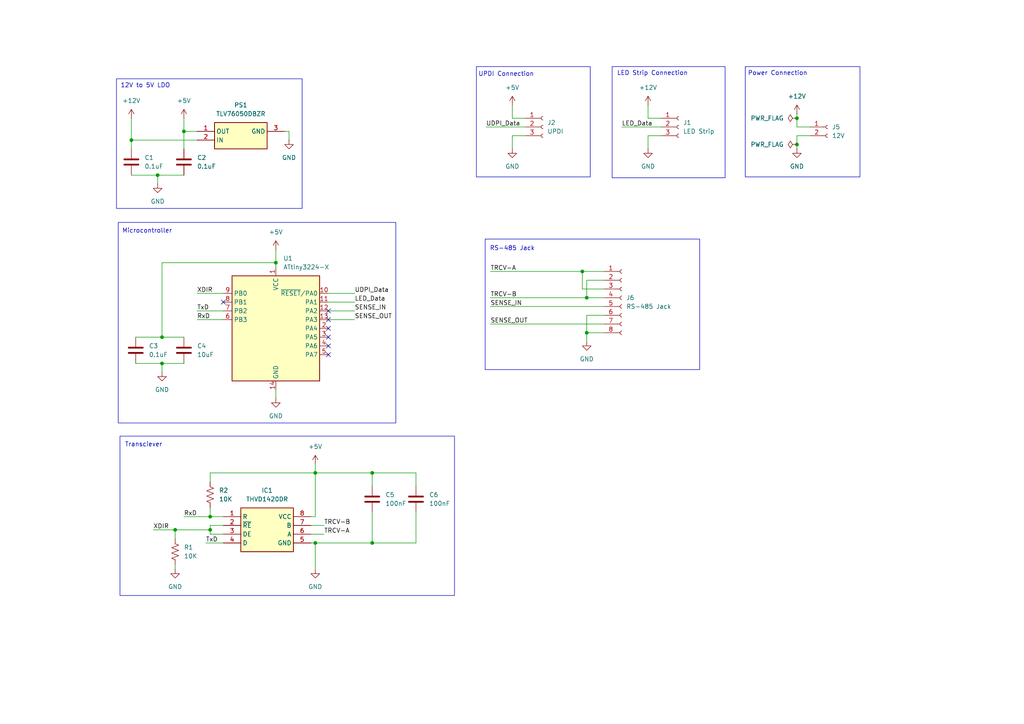
<source format=kicad_sch>
(kicad_sch (version 20250114) (generator "eeschema") (generator_version "9.0")
  (paper "A4")
  (lib_symbols
    (symbol "Connector:Conn_01x02_Socket" (pin_names (offset 1.016) (hide yes))
      (property "Reference" "J" (at 0 2.54 0))
      (property "Value" "Conn_01x02_Socket" (at 0 -5.08 0))
      (symbol "Conn_01x02_Socket_1_1"
        (polyline (pts (xy -1.27 0) (xy -0.508 0)) (stroke (width 0.1524)))
        (polyline (pts (xy -1.27 -2.54) (xy -0.508 -2.54)) (stroke (width 0.1524)))
        (arc (start 0 -0.508) (mid -0.5058 0) (end 0 0.508) (stroke (width 0.1524)))
        (arc (start 0 -3.048) (mid -0.5058 -2.54) (end 0 -2.032) (stroke (width 0.1524)))
        (pin passive line (at -5.08 0 0) (length 3.81) (name "Pin_1") (number "1"))
        (pin passive line (at -5.08 -2.54 0) (length 3.81) (name "Pin_2") (number "2"))
      )
    )
    (symbol "Connector:Conn_01x03_Socket" (pin_names (offset 1.016) (hide yes))
      (property "Reference" "J" (at 0 5.08 0))
      (property "Value" "Conn_01x03_Socket" (at 0 -5.08 0))
      (symbol "Conn_01x03_Socket_1_1"
        (polyline (pts (xy -1.27 2.54) (xy -0.508 2.54)) (stroke (width 0.1524)))
        (polyline (pts (xy -1.27 0) (xy -0.508 0)) (stroke (width 0.1524)))
        (polyline (pts (xy -1.27 -2.54) (xy -0.508 -2.54)) (stroke (width 0.1524)))
        (arc (start 0 2.032) (mid -0.5058 2.54) (end 0 3.048) (stroke (width 0.1524)))
        (arc (start 0 -0.508) (mid -0.5058 0) (end 0 0.508) (stroke (width 0.1524)))
        (arc (start 0 -3.048) (mid -0.5058 -2.54) (end 0 -2.032) (stroke (width 0.1524)))
        (pin passive line (at -5.08 2.54 0) (length 3.81) (name "Pin_1") (number "1"))
        (pin passive line (at -5.08 0 0) (length 3.81) (name "Pin_2") (number "2"))
        (pin passive line (at -5.08 -2.54 0) (length 3.81) (name "Pin_3") (number "3"))
      )
    )
    (symbol "Connector:Conn_01x08_Socket" (pin_names (offset 1.016) (hide yes))
      (property "Reference" "J" (at 0 10.16 0))
      (property "Value" "Conn_01x08_Socket" (at 0 -12.7 0))
      (symbol "Conn_01x08_Socket_1_1"
        (polyline (pts (xy -1.27 7.62) (xy -0.508 7.62)) (stroke (width 0.1524)))
        (polyline (pts (xy -1.27 5.08) (xy -0.508 5.08)) (stroke (width 0.1524)))
        (polyline (pts (xy -1.27 2.54) (xy -0.508 2.54)) (stroke (width 0.1524)))
        (polyline (pts (xy -1.27 0) (xy -0.508 0)) (stroke (width 0.1524)))
        (polyline (pts (xy -1.27 -2.54) (xy -0.508 -2.54)) (stroke (width 0.1524)))
        (polyline (pts (xy -1.27 -5.08) (xy -0.508 -5.08)) (stroke (width 0.1524)))
        (polyline (pts (xy -1.27 -7.62) (xy -0.508 -7.62)) (stroke (width 0.1524)))
        (polyline (pts (xy -1.27 -10.16) (xy -0.508 -10.16)) (stroke (width 0.1524)))
        (arc (start 0 7.112) (mid -0.5058 7.62) (end 0 8.128) (stroke (width 0.1524)))
        (arc (start 0 4.572) (mid -0.5058 5.08) (end 0 5.588) (stroke (width 0.1524)))
        (arc (start 0 2.032) (mid -0.5058 2.54) (end 0 3.048) (stroke (width 0.1524)))
        (arc (start 0 -0.508) (mid -0.5058 0) (end 0 0.508) (stroke (width 0.1524)))
        (arc (start 0 -3.048) (mid -0.5058 -2.54) (end 0 -2.032) (stroke (width 0.1524)))
        (arc (start 0 -5.588) (mid -0.5058 -5.08) (end 0 -4.572) (stroke (width 0.1524)))
        (arc (start 0 -8.128) (mid -0.5058 -7.62) (end 0 -7.112) (stroke (width 0.1524)))
        (arc (start 0 -10.668) (mid -0.5058 -10.16) (end 0 -9.652) (stroke (width 0.1524)))
        (pin passive line (at -5.08 7.62 0) (length 3.81) (name "Pin_1") (number "1"))
        (pin passive line (at -5.08 5.08 0) (length 3.81) (name "Pin_2") (number "2"))
        (pin passive line (at -5.08 2.54 0) (length 3.81) (name "Pin_3") (number "3"))
        (pin passive line (at -5.08 0 0) (length 3.81) (name "Pin_4") (number "4"))
        (pin passive line (at -5.08 -2.54 0) (length 3.81) (name "Pin_5") (number "5"))
        (pin passive line (at -5.08 -5.08 0) (length 3.81) (name "Pin_6") (number "6"))
        (pin passive line (at -5.08 -7.62 0) (length 3.81) (name "Pin_7") (number "7"))
        (pin passive line (at -5.08 -10.16 0) (length 3.81) (name "Pin_8") (number "8"))
      )
    )
    (symbol "Device:C" (pin_numbers (hide yes)) (pin_names (offset 0.254))
      (property "Reference" "C" (at 0.635 2.54 0))
      (property "Value" "C" (at 0.635 -2.54 0))
      (symbol "C_0_1"
        (polyline (pts (xy -2.032 0.762) (xy 2.032 0.762)) (stroke (width 0.508)))
        (polyline (pts (xy -2.032 -0.762) (xy 2.032 -0.762)) (stroke (width 0.508)))
      )
      (symbol "C_1_1"
        (pin passive line (at 0 3.81 270) (length 2.794) (name "~") (number "1"))
        (pin passive line (at 0 -3.81 90) (length 2.794) (name "~") (number "2"))
      )
    )
    (symbol "Device:R_US" (pin_numbers (hide yes)) (pin_names (offset 0))
      (property "Reference" "R" (at 2.54 0 90))
      (property "Value" "R_US" (at -2.54 0 90))
      (symbol "R_US_0_1"
        (polyline (pts (xy 0 2.286) (xy 0 2.54)))
        (polyline (pts (xy 0 2.286) (xy 1.016 1.905) (xy 0 1.524) (xy -1.016 1.143) (xy 0 0.762)))
        (polyline (pts (xy 0 0.762) (xy 1.016 0.381) (xy 0 0) (xy -1.016 -0.381) (xy 0 -0.762)))
        (polyline (pts (xy 0 -0.762) (xy 1.016 -1.143) (xy 0 -1.524) (xy -1.016 -1.905) (xy 0 -2.286)))
        (polyline (pts (xy 0 -2.286) (xy 0 -2.54)))
      )
      (symbol "R_US_1_1"
        (pin passive line (at 0 3.81 270) (length 1.27) (name "~") (number "1"))
        (pin passive line (at 0 -3.81 90) (length 1.27) (name "~") (number "2"))
      )
    )
    (symbol "MCU_Microchip_ATtiny:ATtiny3224-X"
      (property "Reference" "U" (at -12.7 16.51 0))
      (property "Value" "ATtiny3224-X" (at 2.54 -16.51 0))
      (symbol "ATtiny3224-X_0_1"
        (rectangle (start -12.7 -15.24) (end 12.7 15.24) (stroke (width 0.254)) (fill (type background)))
      )
      (symbol "ATtiny3224-X_1_1"
        (pin bidirectional line (at -15.24 10.16 0) (length 2.54) (name "PB0") (number "9"))
        (pin bidirectional line (at -15.24 7.62 0) (length 2.54) (name "PB1") (number "8"))
        (pin bidirectional line (at -15.24 5.08 0) (length 2.54) (name "PB2") (number "7"))
        (pin bidirectional line (at -15.24 2.54 0) (length 2.54) (name "PB3") (number "6"))
        (pin power_in line (at 0 17.78 270) (length 2.54) (name "VCC") (number "1"))
        (pin power_in line (at 0 -17.78 90) (length 2.54) (name "GND") (number "14"))
        (pin bidirectional line (at 15.24 10.16 180) (length 2.54) (name "~{RESET}/PA0") (number "10"))
        (pin bidirectional line (at 15.24 7.62 180) (length 2.54) (name "PA1") (number "11"))
        (pin bidirectional line (at 15.24 5.08 180) (length 2.54) (name "PA2") (number "12"))
        (pin bidirectional line (at 15.24 2.54 180) (length 2.54) (name "PA3") (number "13"))
        (pin bidirectional line (at 15.24 0 180) (length 2.54) (name "PA4") (number "2"))
        (pin bidirectional line (at 15.24 -2.54 180) (length 2.54) (name "PA5") (number "3"))
        (pin bidirectional line (at 15.24 -5.08 180) (length 2.54) (name "PA6") (number "4"))
        (pin bidirectional line (at 15.24 -7.62 180) (length 2.54) (name "PA7") (number "5"))
      )
    )
    (symbol "THVD1420DR:THVD1420DR"
      (property "Reference" "IC" (at 21.59 7.62 0))
      (property "Value" "THVD1420DR" (at 21.59 5.08 0))
      (symbol "THVD1420DR_1_1"
        (rectangle (start 5.08 2.54) (end 20.32 -10.16) (stroke (width 0.254)) (fill (type background)))
        (pin passive line (at 0 0 0) (length 5.08) (name "R") (number "1"))
        (pin passive line (at 0 -2.54 0) (length 5.08) (name "~{RE}") (number "2"))
        (pin passive line (at 0 -5.08 0) (length 5.08) (name "DE") (number "3"))
        (pin passive line (at 0 -7.62 0) (length 5.08) (name "D") (number "4"))
        (pin passive line (at 25.4 0 180) (length 5.08) (name "VCC") (number "8"))
        (pin passive line (at 25.4 -2.54 180) (length 5.08) (name "B") (number "7"))
        (pin passive line (at 25.4 -5.08 180) (length 5.08) (name "A") (number "6"))
        (pin passive line (at 25.4 -7.62 180) (length 5.08) (name "GND") (number "5"))
      )
    )
    (symbol "TLV76050DBZR:TLV76050DBZR"
      (property "Reference" "PS" (at 21.59 7.62 0))
      (property "Value" "TLV76050DBZR" (at 21.59 5.08 0))
      (symbol "TLV76050DBZR_1_1"
        (rectangle (start 5.08 2.54) (end 20.32 -5.08) (stroke (width 0.254)) (fill (type background)))
        (pin power_out line (at 0 0 0) (length 5.08) (name "OUT") (number "1"))
        (pin power_in line (at 0 -2.54 0) (length 5.08) (name "IN") (number "2"))
        (pin power_in line (at 25.4 0 180) (length 5.08) (name "GND") (number "3"))
      )
    )
    (symbol "power:+12V" (power) (pin_numbers (hide yes)) (pin_names (offset 0) (hide yes))
      (property "Value" "+12V" (at 0 3.556 0))
      (symbol "+12V_0_1"
        (polyline (pts (xy -0.762 1.27) (xy 0 2.54)))
        (polyline (pts (xy 0 2.54) (xy 0.762 1.27)))
        (polyline (pts (xy 0 0) (xy 0 2.54)))
      )
      (symbol "+12V_1_1"
        (pin power_in line (at 0 0 90) (length 0) (name "~") (number "1"))
      )
    )
    (symbol "power:+5V" (power) (pin_numbers (hide yes)) (pin_names (offset 0) (hide yes))
      (property "Value" "+5V" (at 0 3.556 0))
      (symbol "+5V_0_1"
        (polyline (pts (xy -0.762 1.27) (xy 0 2.54)))
        (polyline (pts (xy 0 2.54) (xy 0.762 1.27)))
        (polyline (pts (xy 0 0) (xy 0 2.54)))
      )
      (symbol "+5V_1_1"
        (pin power_in line (at 0 0 90) (length 0) (name "~") (number "1"))
      )
    )
    (symbol "power:GND" (power) (pin_numbers (hide yes)) (pin_names (offset 0) (hide yes))
      (property "Value" "GND" (at 0 -3.81 0))
      (symbol "GND_0_1"
        (polyline (pts (xy 0 0) (xy 0 -1.27) (xy 1.27 -1.27) (xy 0 -2.54) (xy -1.27 -1.27) (xy 0 -1.27)))
      )
      (symbol "GND_1_1"
        (pin power_in line (at 0 0 270) (length 0) (name "~") (number "1"))
      )
    )
    (symbol "power:PWR_FLAG" (power) (pin_numbers (hide yes)) (pin_names (offset 0) (hide yes))
      (property "Value" "PWR_FLAG" (at 0 3.81 0))
      (symbol "PWR_FLAG_0_0"
        (pin power_out line (at 0 0 90) (length 0) (name "~") (number "1"))
      )
      (symbol "PWR_FLAG_0_1"
        (polyline (pts (xy 0 0) (xy 0 1.27) (xy -1.016 1.905) (xy 0 2.54) (xy 1.016 1.905) (xy 0 1.27)))
      )
    )
  )
  (rectangle (start 34.29 64.516) (end 114.808 122.682))
  (rectangle (start 177.546 19.304) (end 210.312 51.562))
  (rectangle (start 216.154 19.304) (end 249.428 51.308))
  (rectangle (start 140.716 69.342) (end 202.946 107.188))
  (rectangle (start 34.798 126.492) (end 131.826 172.72))
  (rectangle (start 138.176 19.304) (end 171.196 51.308))
  (rectangle (start 33.782 22.86) (end 87.63 60.452))
  (text "UPDI Connection" (at 146.812 21.59 0) (effects (font (size 1.27 1.27))))
  (text "LED Strip Connection" (at 189.23 21.336 0) (effects (font (size 1.27 1.27))))
  (text "RS-485 Jack" (at 148.59 72.136 0) (effects (font (size 1.27 1.27))))
  (text "Microcontroller" (at 42.672 67.056 0) (effects (font (size 1.27 1.27))))
  (text "12V to 5V LDO" (at 42.164 24.892 0) (effects (font (size 1.27 1.27))))
  (text "Transciever" (at 41.656 129.032 0) (effects (font (size 1.27 1.27))))
  (text "Power Connection" (at 225.552 21.336 0) (effects (font (size 1.27 1.27))))
  (junction (at 91.44 137.16))
  (junction (at 168.91 78.74))
  (junction (at 45.72 50.8))
  (junction (at 60.96 153.67))
  (junction (at 38.1 40.64))
  (junction (at 53.34 38.1))
  (junction (at 107.95 157.48))
  (junction (at 170.18 96.52))
  (junction (at 91.44 157.48))
  (junction (at 60.96 149.86))
  (junction (at 50.8 153.67))
  (junction (at 46.99 97.79))
  (junction (at 170.18 86.36))
  (junction (at 231.14 34.29))
  (junction (at 107.95 137.16))
  (junction (at 80.01 76.2))
  (junction (at 46.99 105.41))
  (junction (at 231.14 41.91))
  (no_connect (at 95.25 95.25))
  (no_connect (at 95.25 92.71))
  (no_connect (at 95.25 102.87))
  (no_connect (at 95.25 90.17))
  (no_connect (at 64.77 87.63))
  (no_connect (at 95.25 97.79))
  (no_connect (at 95.25 100.33))
  (wire (pts (xy 95.25 90.17) (xy 102.87 90.17)))
  (wire (pts (xy 60.96 139.7) (xy 60.96 137.16)))
  (wire (pts (xy 175.26 83.82) (xy 168.91 83.82)))
  (wire (pts (xy 46.99 105.41) (xy 53.34 105.41)))
  (wire (pts (xy 38.1 43.18) (xy 38.1 40.64)))
  (wire (pts (xy 175.26 96.52) (xy 170.18 96.52)))
  (wire (pts (xy 80.01 76.2) (xy 80.01 77.47)))
  (wire (pts (xy 148.59 39.37) (xy 148.59 43.18)))
  (wire (pts (xy 142.24 88.9) (xy 175.26 88.9)))
  (wire (pts (xy 90.17 152.4) (xy 93.98 152.4)))
  (wire (pts (xy 44.45 153.67) (xy 50.8 153.67)))
  (wire (pts (xy 60.96 152.4) (xy 60.96 153.67)))
  (wire (pts (xy 38.1 34.29) (xy 38.1 40.64)))
  (wire (pts (xy 234.95 36.83) (xy 231.14 36.83)))
  (wire (pts (xy 91.44 149.86) (xy 90.17 149.86)))
  (wire (pts (xy 168.91 83.82) (xy 168.91 78.74)))
  (wire (pts (xy 152.4 39.37) (xy 148.59 39.37)))
  (wire (pts (xy 59.69 157.48) (xy 64.77 157.48)))
  (wire (pts (xy 64.77 152.4) (xy 60.96 152.4)))
  (wire (pts (xy 170.18 86.36) (xy 175.26 86.36)))
  (wire (pts (xy 168.91 78.74) (xy 175.26 78.74)))
  (wire (pts (xy 83.82 38.1) (xy 83.82 40.64)))
  (wire (pts (xy 231.14 33.02) (xy 231.14 34.29)))
  (wire (pts (xy 80.01 76.2) (xy 80.01 72.39)))
  (wire (pts (xy 175.26 91.44) (xy 170.18 91.44)))
  (wire (pts (xy 50.8 163.83) (xy 50.8 165.1)))
  (wire (pts (xy 95.25 87.63) (xy 102.87 87.63)))
  (wire (pts (xy 80.01 113.03) (xy 80.01 115.57)))
  (wire (pts (xy 91.44 137.16) (xy 107.95 137.16)))
  (wire (pts (xy 120.65 148.59) (xy 120.65 157.48)))
  (wire (pts (xy 60.96 149.86) (xy 64.77 149.86)))
  (wire (pts (xy 170.18 81.28) (xy 170.18 86.36)))
  (wire (pts (xy 57.15 38.1) (xy 53.34 38.1)))
  (wire (pts (xy 50.8 153.67) (xy 60.96 153.67)))
  (wire (pts (xy 120.65 140.97) (xy 120.65 137.16)))
  (wire (pts (xy 39.37 97.79) (xy 46.99 97.79)))
  (wire (pts (xy 91.44 157.48) (xy 91.44 165.1)))
  (wire (pts (xy 120.65 157.48) (xy 107.95 157.48)))
  (wire (pts (xy 191.77 39.37) (xy 187.96 39.37)))
  (wire (pts (xy 91.44 157.48) (xy 90.17 157.48)))
  (wire (pts (xy 60.96 153.67) (xy 60.96 154.94)))
  (wire (pts (xy 60.96 137.16) (xy 91.44 137.16)))
  (wire (pts (xy 53.34 38.1) (xy 53.34 43.18)))
  (wire (pts (xy 38.1 40.64) (xy 57.15 40.64)))
  (wire (pts (xy 170.18 91.44) (xy 170.18 96.52)))
  (wire (pts (xy 107.95 148.59) (xy 107.95 157.48)))
  (wire (pts (xy 140.97 36.83) (xy 152.4 36.83)))
  (wire (pts (xy 45.72 50.8) (xy 45.72 53.34)))
  (wire (pts (xy 46.99 97.79) (xy 46.99 76.2)))
  (wire (pts (xy 53.34 34.29) (xy 53.34 38.1)))
  (wire (pts (xy 187.96 30.48) (xy 187.96 34.29)))
  (wire (pts (xy 46.99 76.2) (xy 80.01 76.2)))
  (wire (pts (xy 90.17 154.94) (xy 93.98 154.94)))
  (wire (pts (xy 39.37 105.41) (xy 46.99 105.41)))
  (wire (pts (xy 187.96 39.37) (xy 187.96 43.18)))
  (wire (pts (xy 57.15 90.17) (xy 64.77 90.17)))
  (wire (pts (xy 107.95 157.48) (xy 91.44 157.48)))
  (wire (pts (xy 38.1 50.8) (xy 45.72 50.8)))
  (wire (pts (xy 107.95 137.16) (xy 107.95 140.97)))
  (wire (pts (xy 231.14 39.37) (xy 231.14 41.91)))
  (wire (pts (xy 95.25 92.71) (xy 102.87 92.71)))
  (wire (pts (xy 91.44 137.16) (xy 91.44 149.86)))
  (wire (pts (xy 180.34 36.83) (xy 191.77 36.83)))
  (wire (pts (xy 231.14 34.29) (xy 231.14 36.83)))
  (wire (pts (xy 46.99 97.79) (xy 53.34 97.79)))
  (wire (pts (xy 57.15 92.71) (xy 64.77 92.71)))
  (wire (pts (xy 57.15 85.09) (xy 64.77 85.09)))
  (wire (pts (xy 142.24 86.36) (xy 170.18 86.36)))
  (wire (pts (xy 231.14 41.91) (xy 231.14 43.18)))
  (wire (pts (xy 152.4 34.29) (xy 148.59 34.29)))
  (wire (pts (xy 53.34 149.86) (xy 60.96 149.86)))
  (wire (pts (xy 95.25 85.09) (xy 102.87 85.09)))
  (wire (pts (xy 60.96 154.94) (xy 64.77 154.94)))
  (wire (pts (xy 175.26 81.28) (xy 170.18 81.28)))
  (wire (pts (xy 234.95 39.37) (xy 231.14 39.37)))
  (wire (pts (xy 191.77 34.29) (xy 187.96 34.29)))
  (wire (pts (xy 45.72 50.8) (xy 53.34 50.8)))
  (wire (pts (xy 142.24 78.74) (xy 168.91 78.74)))
  (wire (pts (xy 50.8 153.67) (xy 50.8 156.21)))
  (wire (pts (xy 82.55 38.1) (xy 83.82 38.1)))
  (wire (pts (xy 91.44 134.62) (xy 91.44 137.16)))
  (wire (pts (xy 120.65 137.16) (xy 107.95 137.16)))
  (wire (pts (xy 46.99 105.41) (xy 46.99 107.95)))
  (wire (pts (xy 148.59 30.48) (xy 148.59 34.29)))
  (wire (pts (xy 142.24 93.98) (xy 175.26 93.98)))
  (wire (pts (xy 60.96 147.32) (xy 60.96 149.86)))
  (wire (pts (xy 170.18 96.52) (xy 170.18 99.06)))
  (label "TRCV-B" (at 142.24 86.36 0))
  (label "TRCV-B" (at 93.98 152.4 0))
  (label "TxD" (at 59.69 157.48 0))
  (label "RxD" (at 57.15 92.71 0))
  (label "TRCV-A" (at 142.24 78.74 0))
  (label "SENSE_OUT" (at 142.24 93.98 0))
  (label "SENSE_OUT" (at 102.87 92.71 0))
  (label "UDPI_Data" (at 140.97 36.83 0))
  (label "TxD" (at 57.15 90.17 0))
  (label "XDIR" (at 44.45 153.67 0))
  (label "RxD" (at 53.34 149.86 0))
  (label "UDPI_Data" (at 102.87 85.09 0))
  (label "LED_Data" (at 180.34 36.83 0))
  (label "SENSE_IN" (at 142.24 88.9 0))
  (label "XDIR" (at 57.15 85.09 0))
  (label "SENSE_IN" (at 102.87 90.17 0))
  (label "TRCV-A" (at 93.98 154.94 0))
  (label "LED_Data" (at 102.87 87.63 0))
  (symbol (lib_id "power:PWR_FLAG") (at 231.14 41.91 90) (unit 1)
    (property "Reference" "#FLG03" (effects (hide yes)))
    (property "Value" "PWR_FLAG" (at 227.33 41.9099 90) (effects (justify left)))
    (property "Description" "Special symbol for telling ERC where power comes from" (effects (hide yes)))
  )
  (symbol (lib_id "power:PWR_FLAG") (at 231.14 34.29 90) (unit 1)
    (property "Reference" "#FLG01" (effects (hide yes)))
    (property "Value" "PWR_FLAG" (at 227.33 34.2899 90) (effects (justify left)))
    (property "Description" "Special symbol for telling ERC where power comes from" (effects (hide yes)))
  )
  (symbol (lib_id "TLV76050DBZR:TLV76050DBZR") (at 57.15 38.1 0) (unit 1)
    (property "Reference" "PS1" (at 69.85 30.48 0))
    (property "Value" "TLV76050DBZR" (at 69.85 33.02 0))
    (property "Footprint" "TLV76050DBZR:SOT95P237X112-3N" (effects (hide yes)))
    (property "Datasheet" "http://www.ti.com/lit/gpn/tlv760" (effects (hide yes)))
    (property "Description" "100-mA, 30-V wide-VIN, fixed-output linear voltage regulator" (effects (hide yes)))
    (property "Height" "1.12" (effects (hide yes)))
    (property "Mouser Part Number" "595-TLV76050DBZR" (effects (hide yes)))
    (property "Mouser Price/Stock" "https://www.mouser.co.uk/ProductDetail/Texas-Instruments/TLV76050DBZR?qs=HXFqYaX1Q2wum5FdXU6CLA%3D%3D" (effects (hide yes)))
    (property "Manufacturer_Name" "Texas Instruments" (effects (hide yes)))
    (property "Manufacturer_Part_Number" "TLV76050DBZR" (effects (hide yes)))
  )
  (symbol (lib_id "power:+12V") (at 187.96 30.48 0) (unit 1)
    (property "Reference" "#PWR011" (effects (hide yes)))
    (property "Value" "+12V" (at 187.96 25.4 0))
    (property "Description" "Power symbol creates a global label with name \"+12V\"" (effects (hide yes)))
  )
  (symbol (lib_id "power:GND") (at 45.72 53.34 0) (unit 1)
    (property "Reference" "#PWR04" (effects (hide yes)))
    (property "Value" "GND" (at 45.72 58.42 0))
    (property "Description" "Power symbol creates a global label with name \"GND\" , ground" (effects (hide yes)))
  )
  (symbol (lib_id "power:+5V") (at 80.01 72.39 0) (unit 1)
    (property "Reference" "#PWR05" (effects (hide yes)))
    (property "Value" "+5V" (at 80.01 67.31 0))
    (property "Description" "Power symbol creates a global label with name \"+5V\"" (effects (hide yes)))
  )
  (symbol (lib_id "Device:C") (at 53.34 46.99 0) (unit 1)
    (property "Reference" "C2" (at 57.15 45.7199 0) (effects (justify left)))
    (property "Value" "0.1uF" (at 57.15 48.2599 0) (effects (justify left)))
    (property "Footprint" "Capacitor_SMD:C_0805_2012Metric_Pad1.18x1.45mm_HandSolder" (effects (hide yes)))
    (property "Description" "Unpolarized capacitor" (effects (hide yes)))
  )
  (symbol (lib_id "Device:C") (at 39.37 101.6 0) (unit 1)
    (property "Reference" "C3" (at 43.18 100.3299 0) (effects (justify left)))
    (property "Value" "0.1uF" (at 43.18 102.8699 0) (effects (justify left)))
    (property "Footprint" "Capacitor_SMD:C_0805_2012Metric_Pad1.18x1.45mm_HandSolder" (effects (hide yes)))
    (property "Description" "Unpolarized capacitor" (effects (hide yes)))
  )
  (symbol (lib_id "power:+5V") (at 53.34 34.29 0) (unit 1)
    (property "Reference" "#PWR02" (effects (hide yes)))
    (property "Value" "+5V" (at 53.34 29.21 0))
    (property "Description" "Power symbol creates a global label with name \"+5V\"" (effects (hide yes)))
  )
  (symbol (lib_id "power:GND") (at 231.14 43.18 0) (unit 1)
    (property "Reference" "#PWR017" (effects (hide yes)))
    (property "Value" "GND" (at 231.14 48.26 0))
    (property "Description" "Power symbol creates a global label with name \"GND\" , ground" (effects (hide yes)))
  )
  (symbol (lib_id "Device:R_US") (at 50.8 160.02 0) (unit 1)
    (property "Reference" "R1" (at 53.34 158.7499 0) (effects (justify left)))
    (property "Value" "10K" (at 53.34 161.2899 0) (effects (justify left)))
    (property "Footprint" "Resistor_SMD:R_0805_2012Metric_Pad1.20x1.40mm_HandSolder" (effects (hide yes)))
    (property "Description" "Resistor, US symbol" (effects (hide yes)))
  )
  (symbol (lib_id "Device:C") (at 120.65 144.78 0) (unit 1)
    (property "Reference" "C6" (at 124.46 143.5099 0) (effects (justify left)))
    (property "Value" "100nF" (at 124.46 146.0499 0) (effects (justify left)))
    (property "Footprint" "Capacitor_SMD:C_0805_2012Metric_Pad1.18x1.45mm_HandSolder" (effects (hide yes)))
    (property "Description" "Unpolarized capacitor" (effects (hide yes)))
  )
  (symbol (lib_id "THVD1420DR:THVD1420DR") (at 64.77 149.86 0) (unit 1)
    (property "Reference" "IC1" (at 77.47 142.24 0))
    (property "Value" "THVD1420DR" (at 77.47 144.78 0))
    (property "Footprint" "THVD1420DR:SOIC127P600X175-8N" (effects (hide yes)))
    (property "Datasheet" "https://www.ti.com/lit/ds/symlink/thvd1420.pdf?ts=1627460855173&ref_url=https%253A%252F%252Fwww.google.com%252F" (effects (hide yes)))
    (property "Description" "RS-422/RS-485 Interface IC 3.3-V to 5-V RS-485 transceiver with +/-8-kV IEC ESD protection" (effects (hide yes)))
    (property "Height" "1.75" (effects (hide yes)))
    (property "Mouser Part Number" "595-THVD1420DR" (effects (hide yes)))
    (property "Mouser Price/Stock" "https://www.mouser.co.uk/ProductDetail/Texas-Instruments/THVD1420DR?qs=iLbezkQI%252Bsio9fbTvISdEg%3D%3D" (effects (hide yes)))
    (property "Manufacturer_Name" "Texas Instruments" (effects (hide yes)))
    (property "Manufacturer_Part_Number" "THVD1420DR" (effects (hide yes)))
  )
  (symbol (lib_id "power:GND") (at 50.8 165.1 0) (unit 1)
    (property "Reference" "#PWR012" (effects (hide yes)))
    (property "Value" "GND" (at 50.8 170.18 0))
    (property "Description" "Power symbol creates a global label with name \"GND\" , ground" (effects (hide yes)))
  )
  (symbol (lib_id "power:GND") (at 91.44 165.1 0) (unit 1)
    (property "Reference" "#PWR013" (effects (hide yes)))
    (property "Value" "GND" (at 91.44 170.18 0))
    (property "Description" "Power symbol creates a global label with name \"GND\" , ground" (effects (hide yes)))
  )
  (symbol (lib_id "power:GND") (at 170.18 99.06 0) (unit 1)
    (property "Reference" "#PWR020" (effects (hide yes)))
    (property "Value" "GND" (at 170.18 104.14 0))
    (property "Description" "Power symbol creates a global label with name \"GND\" , ground" (effects (hide yes)))
  )
  (symbol (lib_id "Connector:Conn_01x03_Socket") (at 157.48 36.83 0) (unit 1)
    (property "Reference" "J2" (at 158.75 35.5599 0) (effects (justify left)))
    (property "Value" "UPDI" (at 158.75 38.0999 0) (effects (justify left)))
    (property "Footprint" "Connector_PinHeader_2.54mm:PinHeader_1x03_P2.54mm_Vertical" (effects (hide yes)))
    (property "Description" "Generic connector, single row, 01x03, script generated" (effects (hide yes)))
  )
  (symbol (lib_id "Device:C") (at 53.34 101.6 0) (unit 1)
    (property "Reference" "C4" (at 57.15 100.3299 0) (effects (justify left)))
    (property "Value" "10uF" (at 57.15 102.8699 0) (effects (justify left)))
    (property "Footprint" "Capacitor_SMD:C_0805_2012Metric_Pad1.18x1.45mm_HandSolder" (effects (hide yes)))
    (property "Description" "Unpolarized capacitor" (effects (hide yes)))
  )
  (symbol (lib_id "power:+12V") (at 231.14 33.02 0) (unit 1)
    (property "Reference" "#PWR016" (effects (hide yes)))
    (property "Value" "+12V" (at 231.14 27.94 0))
    (property "Description" "Power symbol creates a global label with name \"+12V\"" (effects (hide yes)))
  )
  (symbol (lib_id "power:GND") (at 83.82 40.64 0) (unit 1)
    (property "Reference" "#PWR03" (effects (hide yes)))
    (property "Value" "GND" (at 83.82 45.72 0))
    (property "Description" "Power symbol creates a global label with name \"GND\" , ground" (effects (hide yes)))
  )
  (symbol (lib_id "power:+5V") (at 148.59 30.48 0) (unit 1)
    (property "Reference" "#PWR09" (effects (hide yes)))
    (property "Value" "+5V" (at 148.59 25.4 0))
    (property "Description" "Power symbol creates a global label with name \"+5V\"" (effects (hide yes)))
  )
  (symbol (lib_id "power:+5V") (at 91.44 134.62 0) (unit 1)
    (property "Reference" "#PWR014" (effects (hide yes)))
    (property "Value" "+5V" (at 91.44 129.54 0))
    (property "Description" "Power symbol creates a global label with name \"+5V\"" (effects (hide yes)))
  )
  (symbol (lib_id "power:GND") (at 46.99 107.95 0) (unit 1)
    (property "Reference" "#PWR07" (effects (hide yes)))
    (property "Value" "GND" (at 46.99 113.03 0))
    (property "Description" "Power symbol creates a global label with name \"GND\" , ground" (effects (hide yes)))
  )
  (symbol (lib_id "power:GND") (at 187.96 43.18 0) (unit 1)
    (property "Reference" "#PWR010" (effects (hide yes)))
    (property "Value" "GND" (at 187.96 48.26 0))
    (property "Description" "Power symbol creates a global label with name \"GND\" , ground" (effects (hide yes)))
  )
  (symbol (lib_id "power:GND") (at 148.59 43.18 0) (unit 1)
    (property "Reference" "#PWR08" (effects (hide yes)))
    (property "Value" "GND" (at 148.59 48.26 0))
    (property "Description" "Power symbol creates a global label with name \"GND\" , ground" (effects (hide yes)))
  )
  (symbol (lib_id "Device:C") (at 107.95 144.78 0) (unit 1)
    (property "Reference" "C5" (at 111.76 143.5099 0) (effects (justify left)))
    (property "Value" "100nF" (at 111.76 146.0499 0) (effects (justify left)))
    (property "Footprint" "Capacitor_SMD:C_0805_2012Metric_Pad1.18x1.45mm_HandSolder" (effects (hide yes)))
    (property "Description" "Unpolarized capacitor" (effects (hide yes)))
  )
  (symbol (lib_id "power:+12V") (at 38.1 34.29 0) (unit 1)
    (property "Reference" "#PWR01" (effects (hide yes)))
    (property "Value" "+12V" (at 38.1 29.21 0))
    (property "Description" "Power symbol creates a global label with name \"+12V\"" (effects (hide yes)))
  )
  (symbol (lib_id "power:GND") (at 80.01 115.57 0) (unit 1)
    (property "Reference" "#PWR06" (effects (hide yes)))
    (property "Value" "GND" (at 80.01 120.65 0))
    (property "Description" "Power symbol creates a global label with name \"GND\" , ground" (effects (hide yes)))
  )
  (symbol (lib_id "Connector:Conn_01x02_Socket") (at 240.03 36.83 0) (unit 1)
    (property "Reference" "J5" (at 241.3 36.8299 0) (effects (justify left)))
    (property "Value" "12V" (at 241.3 39.3699 0) (effects (justify left)))
    (property "Footprint" "Connector_JST:JST_XH_B2B-XH-A_1x02_P2.50mm_Vertical" (effects (hide yes)))
    (property "Description" "Generic connector, single row, 01x02, script generated" (effects (hide yes)))
  )
  (symbol (lib_id "Device:R_US") (at 60.96 143.51 0) (unit 1)
    (property "Reference" "R2" (at 63.5 142.2399 0) (effects (justify left)))
    (property "Value" "10K" (at 63.5 144.7799 0) (effects (justify left)))
    (property "Footprint" "Resistor_SMD:R_0805_2012Metric_Pad1.20x1.40mm_HandSolder" (effects (hide yes)))
    (property "Description" "Resistor, US symbol" (effects (hide yes)))
  )
  (symbol (lib_id "Connector:Conn_01x03_Socket") (at 196.85 36.83 0) (unit 1)
    (property "Reference" "J1" (at 198.12 35.5599 0) (effects (justify left)))
    (property "Value" "LED Strip" (at 198.12 38.0999 0) (effects (justify left)))
    (property "Footprint" "Connector_PinHeader_2.54mm:PinHeader_1x03_P2.54mm_Vertical" (effects (hide yes)))
    (property "Description" "Generic connector, single row, 01x03, script generated" (effects (hide yes)))
  )
  (symbol (lib_id "Device:C") (at 38.1 46.99 0) (unit 1)
    (property "Reference" "C1" (at 41.91 45.7199 0) (effects (justify left)))
    (property "Value" "0.1uF" (at 41.91 48.2599 0) (effects (justify left)))
    (property "Footprint" "Capacitor_SMD:C_0805_2012Metric_Pad1.18x1.45mm_HandSolder" (effects (hide yes)))
    (property "Description" "Unpolarized capacitor" (effects (hide yes)))
  )
  (symbol (lib_id "Connector:Conn_01x08_Socket") (at 180.34 86.36 0) (unit 1)
    (property "Reference" "J6" (at 181.61 86.3599 0) (effects (justify left)))
    (property "Value" "RS-485 Jack" (at 181.61 88.8999 0) (effects (justify left)))
    (property "Footprint" "Garth:6P6C RA RJ45 Jack" (effects (hide yes)))
    (property "Description" "Generic connector, single row, 01x08, script generated" (effects (hide yes)))
  )
  (symbol (lib_id "MCU_Microchip_ATtiny:ATtiny3224-X") (at 80.01 95.25 0) (unit 1)
    (property "Reference" "U1" (at 82.1533 74.93 0) (effects (justify left)))
    (property "Value" "ATtiny3224-X" (at 82.1533 77.47 0) (effects (justify left)))
    (property "Footprint" "Package_SO:TSSOP-14_4.4x5mm_P0.65mm" (effects (hide yes)))
    (property "Datasheet" "https://ww1.microchip.com/downloads/en/DeviceDoc/ATtiny3224-3226-3227-Data-Sheet-DS40002345A.pdf" (effects (hide yes)))
    (property "Description" "20MHz, 32kB Flash, 3kB SRAM, 256B EEPROM, TSSOP-14" (effects (hide yes)))
  )
)
</source>
